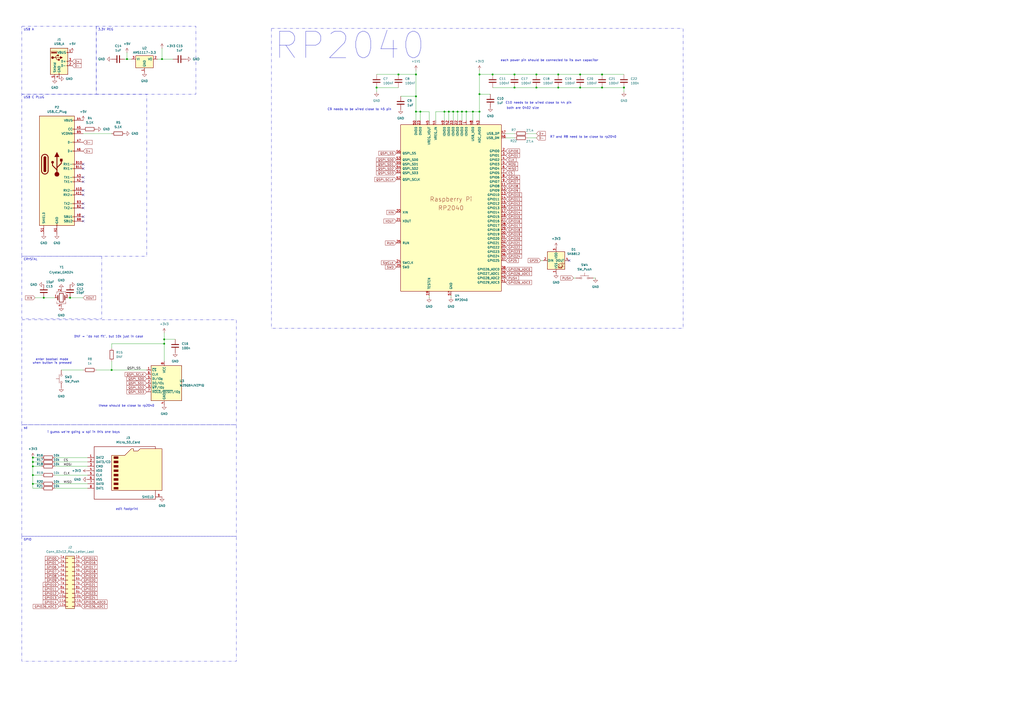
<source format=kicad_sch>
(kicad_sch (version 20250114) (generator "eeschema") (generator_version "9.0")
  (paper "A2")
  (title_block (title "HACKDUCKY BY SOUPTIK ") (date "2025-04-06") (rev "V2"))
  (lib_symbols
    (symbol "Connector:Micro_SD_Card" (pin_names (offset 1.016))
      (property "Reference" "J" (at -16.51 15.24 0))
      (property "Value" "Micro_SD_Card" (at 16.51 15.24 0))
      (symbol "Micro_SD_Card_1_1"
        (pin bidirectional line (at -22.86 7.62 0) (length 3.81) (name "DAT2") (number "1"))
        (pin bidirectional line (at -22.86 5.08 0) (length 3.81) (name "DAT3/CD") (number "2"))
        (pin input line (at -22.86 2.54 0) (length 3.81) (name "CMD") (number "3"))
        (pin power_in line (at -22.86 0 0) (length 3.81) (name "VDD") (number "4"))
        (pin input line (at -22.86 -2.54 0) (length 3.81) (name "CLK") (number "5"))
        (pin power_in line (at -22.86 -5.08 0) (length 3.81) (name "VSS") (number "6"))
        (pin bidirectional line (at -22.86 -7.62 0) (length 3.81) (name "DAT0") (number "7"))
        (pin bidirectional line (at -22.86 -10.16 0) (length 3.81) (name "DAT1") (number "8"))
        (pin passive line (at 20.32 -15.24 180) (length 3.81) (name "SHIELD") (number "9"))
      )
    )
    (symbol "Connector:USB_A" (pin_names (offset 1.016))
      (property "Reference" "J" (at -5.08 11.43 0))
      (property "Value" "USB_A" (at -5.08 8.89 0))
      (symbol "USB_A_1_1"
        (pin passive line (at -2.54 -10.16 90) (length 2.54) (name "Shield") (number "5"))
        (pin power_in line (at 0 -10.16 90) (length 2.54) (name "GND") (number "4"))
        (pin power_in line (at 7.62 5.08 180) (length 2.54) (name "VBUS") (number "1"))
        (pin bidirectional line (at 7.62 0 180) (length 2.54) (name "D+") (number "3"))
        (pin bidirectional line (at 7.62 -2.54 180) (length 2.54) (name "D-") (number "2"))
      )
    )
    (symbol "Connector:USB_C_Plug" (pin_names (offset 1.016))
      (property "Reference" "P" (at -10.16 29.21 0))
      (property "Value" "USB_C_Plug" (at 10.16 29.21 0))
      (symbol "USB_C_Plug_1_1"
        (pin passive line (at -7.62 -40.64 90) (length 5.08) (name "SHIELD") (number "S1"))
        (pin passive line (at 0 -40.64 90) (length 5.08) (name "GND") (number "A1"))
        (pin passive line (at 0 -40.64 90) (length 5.08) (hide yes) (name "GND") (number "A12"))
        (pin passive line (at 0 -40.64 90) (length 5.08) (hide yes) (name "GND") (number "B1"))
        (pin passive line (at 0 -40.64 90) (length 5.08) (hide yes) (name "GND") (number "B12"))
        (pin passive line (at 15.24 25.4 180) (length 5.08) (name "VBUS") (number "A4"))
        (pin passive line (at 15.24 25.4 180) (length 5.08) (hide yes) (name "VBUS") (number "A9"))
        (pin passive line (at 15.24 25.4 180) (length 5.08) (hide yes) (name "VBUS") (number "B4"))
        (pin passive line (at 15.24 25.4 180) (length 5.08) (hide yes) (name "VBUS") (number "B9"))
        (pin bidirectional line (at 15.24 20.32 180) (length 5.08) (name "CC") (number "A5"))
        (pin bidirectional line (at 15.24 17.78 180) (length 5.08) (name "VCONN") (number "B5"))
        (pin bidirectional line (at 15.24 12.7 180) (length 5.08) (name "D-") (number "A7"))
        (pin bidirectional line (at 15.24 7.62 180) (length 5.08) (name "D+") (number "A6"))
        (pin bidirectional line (at 15.24 0 180) (length 5.08) (name "RX1-") (number "B10"))
        (pin bidirectional line (at 15.24 -2.54 180) (length 5.08) (name "RX1+") (number "B11"))
        (pin bidirectional line (at 15.24 -7.62 180) (length 5.08) (name "TX1-") (number "A3"))
        (pin bidirectional line (at 15.24 -10.16 180) (length 5.08) (name "TX1+") (number "A2"))
        (pin bidirectional line (at 15.24 -15.24 180) (length 5.08) (name "RX2-") (number "A10"))
        (pin bidirectional line (at 15.24 -17.78 180) (length 5.08) (name "RX2+") (number "A11"))
        (pin bidirectional line (at 15.24 -22.86 180) (length 5.08) (name "TX2-") (number "B3"))
        (pin bidirectional line (at 15.24 -25.4 180) (length 5.08) (name "TX2+") (number "B2"))
        (pin bidirectional line (at 15.24 -30.48 180) (length 5.08) (name "SBU1") (number "A8"))
        (pin bidirectional line (at 15.24 -33.02 180) (length 5.08) (name "SBU2") (number "B8"))
      )
    )
    (symbol "Connector_Generic:Conn_02x12_Row_Letter_Last" (pin_names (offset 1.016) (hide yes))
      (property "Reference" "J" (at 1.27 15.24 0))
      (property "Value" "Conn_02x12_Row_Letter_Last" (at 1.27 -17.78 0))
      (symbol "Conn_02x12_Row_Letter_Last_1_1"
        (pin passive line (at -5.08 12.7 0) (length 3.81) (name "Pin_1a") (number "1a"))
        (pin passive line (at -5.08 10.16 0) (length 3.81) (name "Pin_2a") (number "2a"))
        (pin passive line (at -5.08 7.62 0) (length 3.81) (name "Pin_3a") (number "3a"))
        (pin passive line (at -5.08 5.08 0) (length 3.81) (name "Pin_4a") (number "4a"))
        (pin passive line (at -5.08 2.54 0) (length 3.81) (name "Pin_5a") (number "5a"))
        (pin passive line (at -5.08 0 0) (length 3.81) (name "Pin_6a") (number "6a"))
        (pin passive line (at -5.08 -2.54 0) (length 3.81) (name "Pin_7a") (number "7a"))
        (pin passive line (at -5.08 -5.08 0) (length 3.81) (name "Pin_8a") (number "8a"))
        (pin passive line (at -5.08 -7.62 0) (length 3.81) (name "Pin_9a") (number "9a"))
        (pin passive line (at -5.08 -10.16 0) (length 3.81) (name "Pin_10a") (number "10a"))
        (pin passive line (at -5.08 -12.7 0) (length 3.81) (name "Pin_11a") (number "11a"))
        (pin passive line (at -5.08 -15.24 0) (length 3.81) (name "Pin_12a") (number "12a"))
        (pin passive line (at 7.62 12.7 180) (length 3.81) (name "Pin_1b") (number "1b"))
        (pin passive line (at 7.62 10.16 180) (length 3.81) (name "Pin_2b") (number "2b"))
        (pin passive line (at 7.62 7.62 180) (length 3.81) (name "Pin_3b") (number "3b"))
        (pin passive line (at 7.62 5.08 180) (length 3.81) (name "Pin_4b") (number "4b"))
        (pin passive line (at 7.62 2.54 180) (length 3.81) (name "Pin_5b") (number "5b"))
        (pin passive line (at 7.62 0 180) (length 3.81) (name "Pin_6b") (number "6b"))
        (pin passive line (at 7.62 -2.54 180) (length 3.81) (name "Pin_7b") (number "7b"))
        (pin passive line (at 7.62 -5.08 180) (length 3.81) (name "Pin_8b") (number "8b"))
        (pin passive line (at 7.62 -7.62 180) (length 3.81) (name "Pin_9b") (number "9b"))
        (pin passive line (at 7.62 -10.16 180) (length 3.81) (name "Pin_10b") (number "10b"))
        (pin passive line (at 7.62 -12.7 180) (length 3.81) (name "Pin_11b") (number "11b"))
        (pin passive line (at 7.62 -15.24 180) (length 3.81) (name "Pin_12b") (number "12b"))
      )
    )
    (symbol "Device:C" (pin_numbers (hide yes)) (pin_names (offset 0.254))
      (property "Reference" "C" (at 0.635 2.54 0))
      (property "Value" "C" (at 0.635 -2.54 0))
      (symbol "C_1_1"
        (pin passive line (at 0 3.81 270) (length 2.794) (name "~") (number "1"))
        (pin passive line (at 0 -3.81 90) (length 2.794) (name "~") (number "2"))
      )
    )
    (symbol "Device:Crystal_GND24" (pin_names (offset 1.016) (hide yes))
      (property "Reference" "Y" (at 3.175 5.08 0))
      (property "Value" "Crystal_GND24" (at 3.175 3.175 0))
      (symbol "Crystal_GND24_1_1"
        (pin passive line (at -3.81 0 0) (length 1.27) (name "1") (number "1"))
        (pin passive line (at 0 5.08 270) (length 1.27) (name "2") (number "2"))
        (pin passive line (at 0 -5.08 90) (length 1.27) (name "4") (number "4"))
        (pin passive line (at 3.81 0 180) (length 1.27) (name "3") (number "3"))
      )
    )
    (symbol "Device:R" (pin_numbers (hide yes)) (pin_names (offset 0))
      (property "Reference" "R" (at 2.032 0 90))
      (property "Value" "R" (at 0 0 90))
      (symbol "R_1_1"
        (pin passive line (at 0 3.81 270) (length 1.27) (name "~") (number "1"))
        (pin passive line (at 0 -3.81 90) (length 1.27) (name "~") (number "2"))
      )
    )
    (symbol "LED:SK6812" (pin_names (offset 0.254))
      (property "Reference" "D" (at 5.08 5.715 0))
      (property "Value" "SK6812" (at 1.27 -5.715 0))
      (symbol "SK6812_0_0"
        (text "RGB" (at 2.286 -4.191 0) (effects (font (size 0.762 0.762))))
      )
      (symbol "SK6812_1_1"
        (pin input line (at -7.62 0 0) (length 2.54) (name "DIN") (number "2"))
        (pin power_in line (at 0 7.62 270) (length 2.54) (name "VDD") (number "3"))
        (pin power_in line (at 0 -7.62 90) (length 2.54) (name "VSS") (number "1"))
        (pin output line (at 7.62 0 180) (length 2.54) (name "DOUT") (number "4"))
      )
    )
    (symbol "MCU_RaspberryPi_and_Boards:RP2040" (pin_names (offset 1.016))
      (property "Reference" "U" (at -29.21 49.53 0))
      (property "Value" "RP2040" (at 24.13 -49.53 0))
      (symbol "RP2040_0_0"
        (text "Raspberry Pi" (at 0 5.08 0) (effects (font (size 2.54 2.54))))
        (text "RP2040" (at 0 0 0) (effects (font (size 2.54 2.54))))
      )
      (symbol "RP2040_1_1"
        (pin bidirectional line (at -31.75 31.75 0) (length 2.54) (name "QSPI_SS") (number "56"))
        (pin bidirectional line (at -31.75 27.94 0) (length 2.54) (name "QSPI_SD0") (number "53"))
        (pin bidirectional line (at -31.75 25.4 0) (length 2.54) (name "QSPI_SD1") (number "55"))
        (pin bidirectional line (at -31.75 22.86 0) (length 2.54) (name "QSPI_SD2") (number "54"))
        (pin bidirectional line (at -31.75 20.32 0) (length 2.54) (name "QSPI_SD3") (number "51"))
        (pin output line (at -31.75 16.51 0) (length 2.54) (name "QSPI_SCLK") (number "52"))
        (pin input line (at -31.75 -2.54 0) (length 2.54) (name "XIN") (number "20"))
        (pin passive line (at -31.75 -7.62 0) (length 2.54) (name "XOUT") (number "21"))
        (pin input line (at -31.75 -20.32 0) (length 2.54) (name "RUN") (number "26"))
        (pin output line (at -31.75 -31.75 0) (length 2.54) (name "SWCLK") (number "24"))
        (pin bidirectional line (at -31.75 -34.29 0) (length 2.54) (name "SWD") (number "25"))
        (pin power_in line (at -20.32 50.8 270) (length 2.54) (name "DVDD") (number "50"))
        (pin power_in line (at -17.78 50.8 270) (length 2.54) (name "DVDD") (number "23"))
        (pin power_out line (at -12.7 50.8 270) (length 2.54) (name "VREG_VOUT") (number "45"))
        (pin passive line (at -12.7 -50.8 90) (length 2.54) (name "TESTEN") (number "19"))
        (pin power_in line (at -8.89 50.8 270) (length 2.54) (name "VREG_IN") (number "44"))
        (pin power_in line (at -3.81 50.8 270) (length 2.54) (name "IOVDD") (number "49"))
        (pin power_in line (at -1.27 50.8 270) (length 2.54) (name "IOVDD") (number "42"))
        (pin power_in line (at 0 -50.8 90) (length 2.54) (name "GND") (number "57"))
        (pin power_in line (at 1.27 50.8 270) (length 2.54) (name "IOVDD") (number "33"))
        (pin power_in line (at 3.81 50.8 270) (length 2.54) (name "IOVDD") (number "22"))
        (pin power_in line (at 6.35 50.8 270) (length 2.54) (name "IOVDD") (number "10"))
        (pin power_in line (at 8.89 50.8 270) (length 2.54) (name "IOVDD") (number "1"))
        (pin power_in line (at 12.7 50.8 270) (length 2.54) (name "USB_VDD") (number "48"))
        (pin power_in line (at 16.51 50.8 270) (length 2.54) (name "ADC_AVDD") (number "43"))
        (pin bidirectional line (at 31.75 43.18 180) (length 2.54) (name "USB_DP") (number "47"))
        (pin bidirectional line (at 31.75 40.64 180) (length 2.54) (name "USB_DM") (number "46"))
        (pin bidirectional line (at 31.75 33.02 180) (length 2.54) (name "GPIO0") (number "2"))
        (pin bidirectional line (at 31.75 30.48 180) (length 2.54) (name "GPIO1") (number "3"))
        (pin bidirectional line (at 31.75 27.94 180) (length 2.54) (name "GPIO2") (number "4"))
        (pin bidirectional line (at 31.75 25.4 180) (length 2.54) (name "GPIO3") (number "5"))
        (pin bidirectional line (at 31.75 22.86 180) (length 2.54) (name "GPIO4") (number "6"))
        (pin bidirectional line (at 31.75 20.32 180) (length 2.54) (name "GPIO5") (number "7"))
        (pin bidirectional line (at 31.75 17.78 180) (length 2.54) (name "GPIO6") (number "8"))
        (pin bidirectional line (at 31.75 15.24 180) (length 2.54) (name "GPIO7") (number "9"))
        (pin bidirectional line (at 31.75 12.7 180) (length 2.54) (name "GPIO8") (number "11"))
        (pin bidirectional line (at 31.75 10.16 180) (length 2.54) (name "GPIO9") (number "12"))
        (pin bidirectional line (at 31.75 7.62 180) (length 2.54) (name "GPIO10") (number "13"))
        (pin bidirectional line (at 31.75 5.08 180) (length 2.54) (name "GPIO11") (number "14"))
        (pin bidirectional line (at 31.75 2.54 180) (length 2.54) (name "GPIO12") (number "15"))
        (pin bidirectional line (at 31.75 0 180) (length 2.54) (name "GPIO13") (number "16"))
        (pin bidirectional line (at 31.75 -2.54 180) (length 2.54) (name "GPIO14") (number "17"))
        (pin bidirectional line (at 31.75 -5.08 180) (length 2.54) (name "GPIO15") (number "18"))
        (pin bidirectional line (at 31.75 -7.62 180) (length 2.54) (name "GPIO16") (number "27"))
        (pin bidirectional line (at 31.75 -10.16 180) (length 2.54) (name "GPIO17") (number "28"))
        (pin bidirectional line (at 31.75 -12.7 180) (length 2.54) (name "GPIO18") (number "29"))
        (pin bidirectional line (at 31.75 -15.24 180) (length 2.54) (name "GPIO19") (number "30"))
        (pin bidirectional line (at 31.75 -17.78 180) (length 2.54) (name "GPIO20") (number "31"))
        (pin bidirectional line (at 31.75 -20.32 180) (length 2.54) (name "GPIO21") (number "32"))
        (pin bidirectional line (at 31.75 -22.86 180) (length 2.54) (name "GPIO22") (number "34"))
        (pin bidirectional line (at 31.75 -25.4 180) (length 2.54) (name "GPIO23") (number "35"))
        (pin bidirectional line (at 31.75 -27.94 180) (length 2.54) (name "GPIO24") (number "36"))
        (pin bidirectional line (at 31.75 -30.48 180) (length 2.54) (name "GPIO25") (number "37"))
        (pin bidirectional line (at 31.75 -35.56 180) (length 2.54) (name "GPIO26_ADC0") (number "38"))
        (pin bidirectional line (at 31.75 -38.1 180) (length 2.54) (name "GPIO27_ADC1") (number "39"))
        (pin bidirectional line (at 31.75 -40.64 180) (length 2.54) (name "GPIO28_ADC2") (number "40"))
        (pin bidirectional line (at 31.75 -43.18 180) (length 2.54) (name "GPIO29_ADC3") (number "41"))
      )
    )
    (symbol "Memory_Flash:W25Q128JVS"
      (property "Reference" "U" (at -6.35 11.43 0))
      (property "Value" "W25Q128JVS" (at 7.62 11.43 0))
      (symbol "W25Q128JVS_1_1"
        (pin input line (at -10.16 7.62 0) (length 2.54) (name "~{CS}") (number "1"))
        (pin input line (at -10.16 5.08 0) (length 2.54) (name "CLK") (number "6"))
        (pin bidirectional line (at -10.16 2.54 0) (length 2.54) (name "DI/IO_{0}") (number "5"))
        (pin bidirectional line (at -10.16 0 0) (length 2.54) (name "DO/IO_{1}") (number "2"))
        (pin bidirectional line (at -10.16 -2.54 0) (length 2.54) (name "~{WP}/IO_{2}") (number "3"))
        (pin bidirectional line (at -10.16 -5.08 0) (length 2.54) (name "~{HOLD}/~{RESET}/IO_{3}") (number "7"))
        (pin power_in line (at 0 12.7 270) (length 2.54) (name "VCC") (number "8"))
        (pin power_in line (at 0 -12.7 90) (length 2.54) (name "GND") (number "4"))
      )
    )
    (symbol "Regulator_Linear:AMS1117-3.3"
      (property "Reference" "U" (at -3.81 3.175 0))
      (property "Value" "AMS1117-3.3" (at 0 3.175 0))
      (symbol "AMS1117-3.3_1_1"
        (pin power_in line (at -7.62 0 0) (length 2.54) (name "VI") (number "3"))
        (pin power_in line (at 0 -7.62 90) (length 2.54) (name "GND") (number "1"))
        (pin power_out line (at 7.62 0 180) (length 2.54) (name "VO") (number "2"))
      )
    )
    (symbol "Switch:SW_Push" (pin_numbers (hide yes)) (pin_names (offset 1.016) (hide yes))
      (property "Reference" "SW" (at 1.27 2.54 0))
      (property "Value" "SW_Push" (at 0 -1.524 0))
      (symbol "SW_Push_0_1"
        (pin passive line (at -5.08 0 0) (length 2.54) (name "1") (number "1"))
        (pin passive line (at 5.08 0 180) (length 2.54) (name "2") (number "2"))
      )
    )
    (symbol "power:+1V1" (power) (pin_numbers (hide yes)) (pin_names (offset 0) (hide yes))
      (property "Value" "+1V1" (at 0 3.556 0))
      (symbol "+1V1_1_1"
        (pin power_in line (at 0 0 90) (length 0) (name "~") (number "1"))
      )
    )
    (symbol "power:+3V3" (power) (pin_numbers (hide yes)) (pin_names (offset 0) (hide yes))
      (property "Value" "+3V3" (at 0 3.556 0))
      (symbol "+3V3_1_1"
        (pin power_in line (at 0 0 90) (length 0) (name "~") (number "1"))
      )
    )
    (symbol "power:+5V" (power) (pin_numbers (hide yes)) (pin_names (offset 0) (hide yes))
      (property "Value" "+5V" (at 0 3.556 0))
      (symbol "+5V_1_1"
        (pin power_in line (at 0 0 90) (length 0) (name "~") (number "1"))
      )
    )
    (symbol "power:GND" (power) (pin_numbers (hide yes)) (pin_names (offset 0) (hide yes))
      (property "Value" "GND" (at 0 -3.81 0))
      (symbol "GND_1_1"
        (pin power_in line (at 0 0 270) (length 0) (name "~") (number "1"))
      )
    )
  )
  (text "i guess we're going w spi in this one boys" (at 48.514 250.698 0) (effects (font (size 1.27 1.27))))
  (text "enter bootsel mode\nwhen button is pressed" (at 30.226 209.55 0) (effects (font (size 1.27 1.27))))
  (text "C9 needs to be wired close to 45 pin" (at 208.534 63.5 0) (effects (font (size 1.27 1.27))))
  (text "these should be close to rp2040" (at 73.406 235.458 0) (effects (font (size 1.27 1.27))))
  (text "DNF = \"do not fit\", but 10k just in case" (at 62.992 195.326 0) (effects (font (size 1.27 1.27))))
  (text "R7 and R8 need to be close to rp2040" (at 338.328 79.502 0) (effects (font (size 1.27 1.27))))
  (text "C10 needs to be wired close to 44 pin" (at 312.42 59.69 0) (effects (font (size 1.27 1.27))))
  (text "edit footprint" (at 73.66 295.402 0) (effects (font (size 1.27 1.27))))
  (text "both are 0402 size" (at 303.276 62.738 0) (effects (font (size 1.27 1.27))))
  (text "each power pin should be connected to its own capacitor" (at 318.77 35.052 0) (effects (font (size 1.27 1.27))))
  (text_box "CRYSTAL" (at 12.7 148.59 0) (size 46.355 36.195) (margins 0.9525 0.9525 0.9525 0.9525) (stroke (width 0) (type dash_dot_dot)) (effects (font (size 1.27 1.27)) (justify left top)))
  (text_box "RP2040\n" (at 157.48 16.51 0) (size 238.76 173.99) (margins 0.9525 0.9525 0.9525 0.9525) (stroke (width 0) (type dash_dot_dot)) (effects (font (size 15.24 15.24)) (justify left top)))
  (text_box "" (at 12.7 185.42 0) (size 124.46 60.96) (margins 0.9525 0.9525 0.9525 0.9525) (stroke (width 0) (type dash_dot_dot)) (effects (font (size 1.27 1.27)) (justify left top)))
  (text_box "USB C PLUG" (at 12.7 54.61 0) (size 72.39 93.98) (margins 0.9525 0.9525 0.9525 0.9525) (stroke (width 0) (type dash_dot_dot)) (effects (font (size 1.27 1.27)) (justify left top)))
  (text_box "sd\n" (at 12.7 246.38 0) (size 124.46 64.77) (margins 0.9525 0.9525 0.9525 0.9525) (stroke (width 0) (type dash_dot_dot)) (effects (font (size 1.27 1.27)) (justify left top)))
  (text_box "3.3V REG\n" (at 55.88 15.24 0) (size 57.785 39.37) (margins 0.9525 0.9525 0.9525 0.9525) (stroke (width 0) (type dash_dot_dot)) (effects (font (size 1.27 1.27)) (justify left top)))
  (text_box "USB A\n" (at 12.7 15.24 0) (size 43.18 39.37) (margins 0.9525 0.9525 0.9525 0.9525) (stroke (width 0) (type dash_dot_dot)) (effects (font (size 1.27 1.27)) (justify left top)))
  (text_box "GPIO\n" (at 12.7 311.15 0) (size 124.46 72.39) (margins 0.9525 0.9525 0.9525 0.9525) (stroke (width 0) (type dash_dot_dot)) (effects (font (size 1.27 1.27)) (justify left top)))
  (junction (at 243.84 64.77))
  (junction (at 323.85 50.8))
  (junction (at 19.05 280.67))
  (junction (at 267.97 64.77))
  (junction (at 349.25 50.8))
  (junction (at 265.43 64.77))
  (junction (at 25.4 172.72))
  (junction (at 73.66 34.29))
  (junction (at 298.45 43.18))
  (junction (at 231.14 43.18))
  (junction (at 93.98 34.29))
  (junction (at 241.3 64.77))
  (junction (at 19.05 275.59))
  (junction (at 270.51 64.77))
  (junction (at 257.81 64.77))
  (junction (at 278.13 64.77))
  (junction (at 298.45 50.8))
  (junction (at 278.13 54.61))
  (junction (at 336.55 43.18))
  (junction (at 349.25 43.18))
  (junction (at 285.75 43.18))
  (junction (at 323.85 43.18))
  (junction (at 336.55 50.8))
  (junction (at 278.13 43.18))
  (junction (at 274.32 64.77))
  (junction (at 40.64 172.72))
  (junction (at 311.15 43.18))
  (junction (at 95.25 199.39))
  (junction (at 218.44 50.8))
  (junction (at 19.05 265.43))
  (junction (at 19.05 267.97))
  (junction (at 241.3 43.18))
  (junction (at 19.05 270.51))
  (junction (at 311.15 50.8))
  (junction (at 262.89 64.77))
  (junction (at 95.25 196.85))
  (junction (at 241.3 55.88))
  (junction (at 361.95 50.8))
  (junction (at 64.77 214.63))
  (junction (at 260.35 64.77))
  (no_connect (at 48.26 95.25))
  (no_connect (at 48.26 120.65))
  (no_connect (at 330.2 151.13))
  (no_connect (at 48.26 113.03))
  (no_connect (at 48.26 110.49))
  (no_connect (at 48.26 105.41))
  (no_connect (at 48.26 128.27))
  (no_connect (at 48.26 97.79))
  (no_connect (at 48.26 102.87))
  (no_connect (at 48.26 118.11))
  (no_connect (at 48.26 125.73))
  (wire (pts (xy 73.66 30.48) (xy 73.66 34.29)))
  (wire (pts (xy 311.15 50.8) (xy 323.85 50.8)))
  (wire (pts (xy 306.07 77.47) (xy 311.15 77.47)))
  (wire (pts (xy 95.25 193.04) (xy 95.25 196.85)))
  (wire (pts (xy 31.75 270.51) (xy 50.8 270.51)))
  (wire (pts (xy 248.92 69.85) (xy 248.92 64.77)))
  (wire (pts (xy 248.92 172.72) (xy 248.92 171.45)))
  (wire (pts (xy 64.77 209.55) (xy 64.77 214.63)))
  (wire (pts (xy 241.3 43.18) (xy 241.3 55.88)))
  (wire (pts (xy 95.25 196.85) (xy 95.25 199.39)))
  (wire (pts (xy 25.4 172.72) (xy 31.75 172.72)))
  (wire (pts (xy 257.81 64.77) (xy 257.81 69.85)))
  (wire (pts (xy 278.13 43.18) (xy 278.13 54.61)))
  (wire (pts (xy 20.32 172.72) (xy 25.4 172.72)))
  (wire (pts (xy 31.75 275.59) (xy 50.8 275.59)))
  (wire (pts (xy 298.45 43.18) (xy 311.15 43.18)))
  (wire (pts (xy 19.05 265.43) (xy 24.13 265.43)))
  (wire (pts (xy 274.32 64.77) (xy 274.32 69.85)))
  (wire (pts (xy 349.25 50.8) (xy 361.95 50.8)))
  (wire (pts (xy 278.13 64.77) (xy 278.13 69.85)))
  (wire (pts (xy 278.13 54.61) (xy 278.13 64.77)))
  (wire (pts (xy 252.73 64.77) (xy 257.81 64.77)))
  (wire (pts (xy 93.98 34.29) (xy 100.33 34.29)))
  (wire (pts (xy 73.66 34.29) (xy 76.2 34.29)))
  (wire (pts (xy 252.73 69.85) (xy 252.73 64.77)))
  (wire (pts (xy 19.05 267.97) (xy 19.05 270.51)))
  (wire (pts (xy 19.05 275.59) (xy 19.05 280.67)))
  (wire (pts (xy 293.37 80.01) (xy 298.45 80.01)))
  (wire (pts (xy 72.39 34.29) (xy 73.66 34.29)))
  (wire (pts (xy 243.84 64.77) (xy 241.3 64.77)))
  (wire (pts (xy 284.48 54.61) (xy 278.13 54.61)))
  (wire (pts (xy 270.51 64.77) (xy 274.32 64.77)))
  (wire (pts (xy 24.13 280.67) (xy 19.05 280.67)))
  (wire (pts (xy 31.75 280.67) (xy 50.8 280.67)))
  (wire (pts (xy 260.35 64.77) (xy 260.35 69.85)))
  (wire (pts (xy 93.98 27.94) (xy 93.98 34.29)))
  (wire (pts (xy 35.56 214.63) (xy 48.26 214.63)))
  (wire (pts (xy 218.44 53.34) (xy 218.44 50.8)))
  (wire (pts (xy 336.55 50.8) (xy 349.25 50.8)))
  (wire (pts (xy 265.43 69.85) (xy 265.43 64.77)))
  (wire (pts (xy 64.77 199.39) (xy 95.25 199.39)))
  (wire (pts (xy 39.37 172.72) (xy 40.64 172.72)))
  (wire (pts (xy 48.26 77.47) (xy 64.77 77.47)))
  (wire (pts (xy 248.92 64.77) (xy 243.84 64.77)))
  (wire (pts (xy 267.97 69.85) (xy 267.97 64.77)))
  (wire (pts (xy 40.64 172.72) (xy 48.26 172.72)))
  (wire (pts (xy 19.05 270.51) (xy 19.05 275.59)))
  (wire (pts (xy 262.89 64.77) (xy 265.43 64.77)))
  (wire (pts (xy 241.3 64.77) (xy 241.3 69.85)))
  (wire (pts (xy 270.51 64.77) (xy 270.51 69.85)))
  (wire (pts (xy 323.85 50.8) (xy 336.55 50.8)))
  (wire (pts (xy 306.07 80.01) (xy 311.15 80.01)))
  (wire (pts (xy 332.74 161.29) (xy 334.01 161.29)))
  (wire (pts (xy 241.3 40.64) (xy 241.3 43.18)))
  (wire (pts (xy 323.85 43.18) (xy 336.55 43.18)))
  (wire (pts (xy 241.3 55.88) (xy 241.3 64.77)))
  (wire (pts (xy 278.13 40.64) (xy 278.13 43.18)))
  (wire (pts (xy 24.13 283.21) (xy 19.05 283.21)))
  (wire (pts (xy 31.75 267.97) (xy 50.8 267.97)))
  (wire (pts (xy 91.44 34.29) (xy 93.98 34.29)))
  (wire (pts (xy 24.13 270.51) (xy 19.05 270.51)))
  (wire (pts (xy 31.75 283.21) (xy 50.8 283.21)))
  (wire (pts (xy 95.25 199.39) (xy 95.25 209.55)))
  (wire (pts (xy 50.8 265.43) (xy 31.75 265.43)))
  (wire (pts (xy 262.89 64.77) (xy 262.89 69.85)))
  (wire (pts (xy 274.32 64.77) (xy 278.13 64.77)))
  (wire (pts (xy 19.05 267.97) (xy 24.13 267.97)))
  (wire (pts (xy 19.05 280.67) (xy 19.05 283.21)))
  (wire (pts (xy 218.44 50.8) (xy 231.14 50.8)))
  (wire (pts (xy 232.41 55.88) (xy 241.3 55.88)))
  (wire (pts (xy 64.77 199.39) (xy 64.77 201.93)))
  (wire (pts (xy 311.15 43.18) (xy 323.85 43.18)))
  (wire (pts (xy 261.62 172.72) (xy 261.62 171.45)))
  (wire (pts (xy 313.69 151.13) (xy 314.96 151.13)))
  (wire (pts (xy 298.45 50.8) (xy 311.15 50.8)))
  (wire (pts (xy 285.75 43.18) (xy 298.45 43.18)))
  (wire (pts (xy 336.55 43.18) (xy 349.25 43.18)))
  (wire (pts (xy 278.13 43.18) (xy 285.75 43.18)))
  (wire (pts (xy 265.43 64.77) (xy 267.97 64.77)))
  (wire (pts (xy 19.05 275.59) (xy 24.13 275.59)))
  (wire (pts (xy 231.14 43.18) (xy 241.3 43.18)))
  (wire (pts (xy 361.95 50.8) (xy 361.95 53.34)))
  (wire (pts (xy 260.35 64.77) (xy 262.89 64.77)))
  (wire (pts (xy 293.37 77.47) (xy 298.45 77.47)))
  (wire (pts (xy 218.44 43.18) (xy 231.14 43.18)))
  (wire (pts (xy 349.25 43.18) (xy 361.95 43.18)))
  (wire (pts (xy 19.05 265.43) (xy 19.05 267.97)))
  (wire (pts (xy 345.44 161.29) (xy 344.17 161.29)))
  (wire (pts (xy 285.75 50.8) (xy 298.45 50.8)))
  (wire (pts (xy 243.84 64.77) (xy 243.84 69.85)))
  (wire (pts (xy 55.88 214.63) (xy 64.77 214.63)))
  (wire (pts (xy 95.25 196.85) (xy 101.6 196.85)))
  (wire (pts (xy 267.97 64.77) (xy 270.51 64.77)))
  (wire (pts (xy 64.77 214.63) (xy 85.09 214.63)))
  (wire (pts (xy 257.81 64.77) (xy 260.35 64.77)))
  (label "CS" (at 36.83 267.97 0))
  (label "MOSI" (at 36.83 270.51 0))
  (label "CLK" (at 36.83 275.59 0))
  (label "MISO" (at 36.83 280.67 0))
  (label "QSPI_SS" (at 73.66 214.63 0))
  (global_label "SWCLK" (shape input) (at 229.87 152.4 180) (property "Intersheetrefs" "${INTERSHEET_REFS}" (effects (hide yes))))
  (global_label "D+" (shape input) (at 41.91 35.56 0) (property "Intersheetrefs" "${INTERSHEET_REFS}" (effects (hide yes))))
  (global_label "MISO" (shape input) (at 293.37 97.79 0) (property "Intersheetrefs" "${INTERSHEET_REFS}" (effects (hide yes))))
  (global_label "GP25" (shape input) (at 293.37 151.13 0) (property "Intersheetrefs" "${INTERSHEET_REFS}" (effects (hide yes))))
  (global_label "GPIO22" (shape input) (at 46.99 341.63 0) (property "Intersheetrefs" "${INTERSHEET_REFS}" (effects (hide yes))))
  (global_label "GPIO1" (shape input) (at 34.29 326.39 180) (property "Intersheetrefs" "${INTERSHEET_REFS}" (effects (hide yes))))
  (global_label "GPIO10" (shape input) (at 34.29 339.09 180) (property "Intersheetrefs" "${INTERSHEET_REFS}" (effects (hide yes))))
  (global_label "GPIO14" (shape input) (at 34.29 349.25 180) (property "Intersheetrefs" "${INTERSHEET_REFS}" (effects (hide yes))))
  (global_label "GPIO12" (shape input) (at 293.37 118.11 0) (property "Intersheetrefs" "${INTERSHEET_REFS}" (effects (hide yes))))
  (global_label "GPIO26_ADC1" (shape input) (at 46.99 351.79 0) (property "Intersheetrefs" "${INTERSHEET_REFS}" (effects (hide yes))))
  (global_label "GPIO20" (shape input) (at 46.99 336.55 0) (property "Intersheetrefs" "${INTERSHEET_REFS}" (effects (hide yes))))
  (global_label "QSPI_SCLK" (shape input) (at 229.87 104.14 180) (property "Intersheetrefs" "${INTERSHEET_REFS}" (effects (hide yes))))
  (global_label "RUN" (shape input) (at 229.87 140.97 180) (property "Intersheetrefs" "${INTERSHEET_REFS}" (effects (hide yes))))
  (global_label "GPIO18" (shape input) (at 46.99 331.47 0) (property "Intersheetrefs" "${INTERSHEET_REFS}" (effects (hide yes))))
  (global_label "GPIO24" (shape input) (at 293.37 148.59 0) (property "Intersheetrefs" "${INTERSHEET_REFS}" (effects (hide yes))))
  (global_label "GPIO22" (shape input) (at 293.37 143.51 0) (property "Intersheetrefs" "${INTERSHEET_REFS}" (effects (hide yes))))
  (global_label "GPIO7" (shape input) (at 34.29 331.47 180) (property "Intersheetrefs" "${INTERSHEET_REFS}" (effects (hide yes))))
  (global_label "D+" (shape input) (at 48.26 87.63 0) (property "Intersheetrefs" "${INTERSHEET_REFS}" (effects (hide yes))))
  (global_label "QSPI_SD2" (shape input) (at 85.09 224.79 180) (property "Intersheetrefs" "${INTERSHEET_REFS}" (effects (hide yes))))
  (global_label "GPIO24" (shape input) (at 46.99 346.71 0) (property "Intersheetrefs" "${INTERSHEET_REFS}" (effects (hide yes))))
  (global_label "GPIO9" (shape input) (at 293.37 110.49 0) (property "Intersheetrefs" "${INTERSHEET_REFS}" (effects (hide yes))))
  (global_label "D-" (shape input) (at 41.91 38.1 0) (property "Intersheetrefs" "${INTERSHEET_REFS}" (effects (hide yes))))
  (global_label "XOUT" (shape input) (at 229.87 128.27 180) (property "Intersheetrefs" "${INTERSHEET_REFS}" (effects (hide yes))))
  (global_label "GPIO6" (shape input) (at 293.37 102.87 0) (property "Intersheetrefs" "${INTERSHEET_REFS}" (effects (hide yes))))
  (global_label "D+" (shape input) (at 311.15 77.47 0) (property "Intersheetrefs" "${INTERSHEET_REFS}" (effects (hide yes))))
  (global_label "PUSH" (shape input) (at 332.74 161.29 180) (property "Intersheetrefs" "${INTERSHEET_REFS}" (effects (hide yes))))
  (global_label "GPIO21" (shape input) (at 46.99 339.09 0) (property "Intersheetrefs" "${INTERSHEET_REFS}" (effects (hide yes))))
  (global_label "GPIO16" (shape input) (at 46.99 326.39 0) (property "Intersheetrefs" "${INTERSHEET_REFS}" (effects (hide yes))))
  (global_label "GPIO26_ADC3" (shape input) (at 34.29 351.79 180) (property "Intersheetrefs" "${INTERSHEET_REFS}" (effects (hide yes))))
  (global_label "GPIO20" (shape input) (at 293.37 138.43 0) (property "Intersheetrefs" "${INTERSHEET_REFS}" (effects (hide yes))))
  (global_label "GPIO23" (shape input) (at 293.37 146.05 0) (property "Intersheetrefs" "${INTERSHEET_REFS}" (effects (hide yes))))
  (global_label "GPIO6" (shape input) (at 34.29 328.93 180) (property "Intersheetrefs" "${INTERSHEET_REFS}" (effects (hide yes))))
  (global_label "QSPI_SD0" (shape input) (at 229.87 92.71 180) (property "Intersheetrefs" "${INTERSHEET_REFS}" (effects (hide yes))))
  (global_label "XIN" (shape input) (at 20.32 172.72 180) (property "Intersheetrefs" "${INTERSHEET_REFS}" (effects (hide yes))))
  (global_label "QSPI_SD3" (shape input) (at 229.87 100.33 180) (property "Intersheetrefs" "${INTERSHEET_REFS}" (effects (hide yes))))
  (global_label "QSPI_SCLK" (shape input) (at 85.09 217.17 180) (property "Intersheetrefs" "${INTERSHEET_REFS}" (effects (hide yes))))
  (global_label "GPIO18" (shape input) (at 293.37 133.35 0) (property "Intersheetrefs" "${INTERSHEET_REFS}" (effects (hide yes))))
  (global_label "GPIO13" (shape input) (at 293.37 120.65 0) (property "Intersheetrefs" "${INTERSHEET_REFS}" (effects (hide yes))))
  (global_label "GPIO11" (shape input) (at 293.37 115.57 0) (property "Intersheetrefs" "${INTERSHEET_REFS}" (effects (hide yes))))
  (global_label "PUSH" (shape input) (at 293.37 161.29 0) (property "Intersheetrefs" "${INTERSHEET_REFS}" (effects (hide yes))))
  (global_label "GPIO17" (shape input) (at 46.99 328.93 0) (property "Intersheetrefs" "${INTERSHEET_REFS}" (effects (hide yes))))
  (global_label "QSPI_SD1" (shape input) (at 229.87 95.25 180) (property "Intersheetrefs" "${INTERSHEET_REFS}" (effects (hide yes))))
  (global_label "XOUT" (shape input) (at 48.26 172.72 0) (property "Intersheetrefs" "${INTERSHEET_REFS}" (effects (hide yes))))
  (global_label "GPIO1" (shape input) (at 293.37 90.17 0) (property "Intersheetrefs" "${INTERSHEET_REFS}" (effects (hide yes))))
  (global_label "GPIO17" (shape input) (at 293.37 130.81 0) (property "Intersheetrefs" "${INTERSHEET_REFS}" (effects (hide yes))))
  (global_label "GPIO11" (shape input) (at 34.29 341.63 180) (property "Intersheetrefs" "${INTERSHEET_REFS}" (effects (hide yes))))
  (global_label "GPIO21" (shape input) (at 293.37 140.97 0) (property "Intersheetrefs" "${INTERSHEET_REFS}" (effects (hide yes))))
  (global_label "QSPI_SD3" (shape input) (at 85.09 227.33 180) (property "Intersheetrefs" "${INTERSHEET_REFS}" (effects (hide yes))))
  (global_label "MOSI" (shape input) (at 293.37 95.25 0) (property "Intersheetrefs" "${INTERSHEET_REFS}" (effects (hide yes))))
  (global_label "GPIO10" (shape input) (at 293.37 113.03 0) (property "Intersheetrefs" "${INTERSHEET_REFS}" (effects (hide yes))))
  (global_label "GPIO0" (shape input) (at 293.37 87.63 0) (property "Intersheetrefs" "${INTERSHEET_REFS}" (effects (hide yes))))
  (global_label "GPIO8" (shape input) (at 293.37 107.95 0) (property "Intersheetrefs" "${INTERSHEET_REFS}" (effects (hide yes))))
  (global_label "CLK" (shape input) (at 293.37 92.71 0) (property "Intersheetrefs" "${INTERSHEET_REFS}" (effects (hide yes))))
  (global_label "GPIO9" (shape input) (at 34.29 336.55 180) (property "Intersheetrefs" "${INTERSHEET_REFS}" (effects (hide yes))))
  (global_label "GPIO26_ADC0" (shape input) (at 46.99 349.25 0) (property "Intersheetrefs" "${INTERSHEET_REFS}" (effects (hide yes))))
  (global_label "GP25" (shape input) (at 313.69 151.13 180) (property "Intersheetrefs" "${INTERSHEET_REFS}" (effects (hide yes))))
  (global_label "GPIO15" (shape input) (at 46.99 323.85 0) (property "Intersheetrefs" "${INTERSHEET_REFS}" (effects (hide yes))))
  (global_label "GPIO16" (shape input) (at 293.37 128.27 0) (property "Intersheetrefs" "${INTERSHEET_REFS}" (effects (hide yes))))
  (global_label "QSPI_SD0" (shape input) (at 85.09 219.71 180) (property "Intersheetrefs" "${INTERSHEET_REFS}" (effects (hide yes))))
  (global_label "GPIO0" (shape input) (at 34.29 323.85 180) (property "Intersheetrefs" "${INTERSHEET_REFS}" (effects (hide yes))))
  (global_label "GPIO19" (shape input) (at 293.37 135.89 0) (property "Intersheetrefs" "${INTERSHEET_REFS}" (effects (hide yes))))
  (global_label "GPIO7" (shape input) (at 293.37 105.41 0) (property "Intersheetrefs" "${INTERSHEET_REFS}" (effects (hide yes))))
  (global_label "GPIO14" (shape input) (at 293.37 123.19 0) (property "Intersheetrefs" "${INTERSHEET_REFS}" (effects (hide yes))))
  (global_label "GPIO26_ADC3" (shape input) (at 293.37 163.83 0) (property "Intersheetrefs" "${INTERSHEET_REFS}" (effects (hide yes))))
  (global_label "CS" (shape input) (at 293.37 100.33 0) (property "Intersheetrefs" "${INTERSHEET_REFS}" (effects (hide yes))))
  (global_label "GPIO19" (shape input) (at 46.99 334.01 0) (property "Intersheetrefs" "${INTERSHEET_REFS}" (effects (hide yes))))
  (global_label "GPIO23" (shape input) (at 46.99 344.17 0) (property "Intersheetrefs" "${INTERSHEET_REFS}" (effects (hide yes))))
  (global_label "GPIO8" (shape input) (at 34.29 334.01 180) (property "Intersheetrefs" "${INTERSHEET_REFS}" (effects (hide yes))))
  (global_label "GPIO13" (shape input) (at 34.29 346.71 180) (property "Intersheetrefs" "${INTERSHEET_REFS}" (effects (hide yes))))
  (global_label "GPIO15" (shape input) (at 293.37 125.73 0) (property "Intersheetrefs" "${INTERSHEET_REFS}" (effects (hide yes))))
  (global_label "XIN" (shape input) (at 229.87 123.19 180) (property "Intersheetrefs" "${INTERSHEET_REFS}" (effects (hide yes))))
  (global_label "QSPI_SD1" (shape input) (at 85.09 222.25 180) (property "Intersheetrefs" "${INTERSHEET_REFS}" (effects (hide yes))))
  (global_label "GPIO26_ADC1" (shape input) (at 293.37 158.75 0) (property "Intersheetrefs" "${INTERSHEET_REFS}" (effects (hide yes))))
  (global_label "QSPI_SD2" (shape input) (at 229.87 97.79 180) (property "Intersheetrefs" "${INTERSHEET_REFS}" (effects (hide yes))))
  (global_label "D-" (shape input) (at 311.15 80.01 0) (property "Intersheetrefs" "${INTERSHEET_REFS}" (effects (hide yes))))
  (global_label "GPIO12" (shape input) (at 34.29 344.17 180) (property "Intersheetrefs" "${INTERSHEET_REFS}" (effects (hide yes))))
  (global_label "GPIO26_ADC0" (shape input) (at 293.37 156.21 0) (property "Intersheetrefs" "${INTERSHEET_REFS}" (effects (hide yes))))
  (global_label "QSPI_SS" (shape input) (at 229.87 88.9 180) (property "Intersheetrefs" "${INTERSHEET_REFS}" (effects (hide yes))))
  (global_label "D-" (shape input) (at 48.26 82.55 0) (property "Intersheetrefs" "${INTERSHEET_REFS}" (effects (hide yes))))
  (global_label "SWD" (shape input) (at 229.87 154.94 180) (property "Intersheetrefs" "${INTERSHEET_REFS}" (effects (hide yes))))
  (symbol (lib_id "Device:R") (at 27.94 267.97 90) (unit 1)
    (property "Reference" "R17" (at 23.114 266.7 90))
    (property "Value" "10k" (at 32.766 266.7 90))
    (property "Footprint" "Resistor_SMD:R_0402_1005Metric" (effects (hide yes)))
    (property "Description" "Resistor" (effects (hide yes)))
  )
  (symbol (lib_id "Device:C") (at 231.14 46.99 0) (unit 1)
    (property "Reference" "C8" (at 234.95 45.7199 0) (effects (justify left)))
    (property "Value" "100nF" (at 234.95 48.2599 0) (effects (justify left)))
    (property "Footprint" "Capacitor_SMD:C_0402_1005Metric" (effects (hide yes)))
    (property "Description" "Unpolarized capacitor" (effects (hide yes)))
  )
  (symbol (lib_id "LED:SK6812") (at 322.58 151.13 0) (unit 1)
    (property "Reference" "D1" (at 332.74 144.7098 0))
    (property "Value" "SK6812" (at 332.74 147.2498 0))
    (property "Footprint" "LED_SMD:LED_SK6812_PLCC4_5.0x5.0mm_P3.2mm" (effects (hide yes)))
    (property "Datasheet" "https://cdn-shop.adafruit.com/product-files/1138/SK6812+LED+datasheet+.pdf" (effects (hide yes)))
    (property "Description" "RGB LED with integrated controller" (effects (hide yes)))
  )
  (symbol (lib_id "power:+3V3") (at 278.13 40.64 0) (unit 1)
    (property "Reference" "#PWR037" (effects (hide yes)))
    (property "Value" "+3V3" (at 278.13 35.56 0))
    (property "Description" "Power symbol creates a global label with name \"+3V3\"" (effects (hide yes)))
  )
  (symbol (lib_id "Device:C") (at 298.45 46.99 0) (unit 1)
    (property "Reference" "C17" (at 302.26 45.7199 0) (effects (justify left)))
    (property "Value" "100nF" (at 302.26 48.2599 0) (effects (justify left)))
    (property "Footprint" "Capacitor_SMD:C_0402_1005Metric" (effects (hide yes)))
    (property "Description" "Unpolarized capacitor" (effects (hide yes)))
  )
  (symbol (lib_id "power:GND") (at 261.62 172.72 0) (unit 1)
    (property "Reference" "#PWR035" (effects (hide yes)))
    (property "Value" "GND" (at 261.62 177.8 0))
    (property "Description" "Power symbol creates a global label with name \"GND\" , ground" (effects (hide yes)))
  )
  (symbol (lib_id "power:GND") (at 95.25 234.95 0) (unit 1)
    (property "Reference" "#PWR047" (effects (hide yes)))
    (property "Value" "GND" (at 95.25 240.03 0))
    (property "Description" "Power symbol creates a global label with name \"GND\" , ground" (effects (hide yes)))
  )
  (symbol (lib_id "power:GND") (at 25.4 135.89 0) (unit 1)
    (property "Reference" "#PWR029" (effects (hide yes)))
    (property "Value" "GND" (at 25.4 140.97 0))
    (property "Description" "Power symbol creates a global label with name \"GND\" , ground" (effects (hide yes)))
  )
  (symbol (lib_id "power:GND") (at 35.56 177.8 0) (unit 1)
    (property "Reference" "#PWR020" (effects (hide yes)))
    (property "Value" "GND" (at 35.56 182.88 0))
    (property "Description" "Power symbol creates a global label with name \"GND\" , ground" (effects (hide yes)))
  )
  (symbol (lib_id "Switch:SW_Push") (at 339.09 161.29 0) (unit 1)
    (property "Reference" "SW4" (at 339.09 153.67 0))
    (property "Value" "SW_Push" (at 339.09 156.21 0))
    (property "Footprint" "Button_Switch_THT:SW_PUSH_6mm" (effects (hide yes)))
    (property "Description" "Push button switch, generic, two pins" (effects (hide yes)))
  )
  (symbol (lib_id "Device:C") (at 311.15 46.99 0) (unit 1)
    (property "Reference" "C18" (at 314.96 45.7199 0) (effects (justify left)))
    (property "Value" "100nF" (at 314.96 48.2599 0) (effects (justify left)))
    (property "Footprint" "Capacitor_SMD:C_0402_1005Metric" (effects (hide yes)))
    (property "Description" "Unpolarized capacitor" (effects (hide yes)))
  )
  (symbol (lib_id "power:GND") (at 284.48 62.23 0) (unit 1)
    (property "Reference" "#PWR049" (effects (hide yes)))
    (property "Value" "GND" (at 284.48 67.31 0))
    (property "Description" "Power symbol creates a global label with name \"GND\" , ground" (effects (hide yes)))
  )
  (symbol (lib_id "power:GND") (at 25.4 165.1 270) (unit 1)
    (property "Reference" "#PWR018" (effects (hide yes)))
    (property "Value" "GND" (at 21.59 165.0999 90) (effects (justify right)))
    (property "Description" "Power symbol creates a global label with name \"GND\" , ground" (effects (hide yes)))
  )
  (symbol (lib_id "Connector:Micro_SD_Card") (at 73.66 273.05 0) (unit 1)
    (property "Reference" "J3" (at 74.295 254 0))
    (property "Value" "Micro_SD_Card" (at 74.295 256.54 0))
    (property "Footprint" "Connector_Card:microSD_HC_Molex_47219-2001" (effects (hide yes)))
    (property "Datasheet" "http://katalog.we-online.de/em/datasheet/693072010801.pdf" (effects (hide yes)))
    (property "Description" "Micro SD Card Socket" (effects (hide yes)))
  )
  (symbol (lib_id "Device:C") (at 349.25 46.99 0) (unit 1)
    (property "Reference" "C21" (at 353.06 45.7199 0) (effects (justify left)))
    (property "Value" "100nF" (at 353.06 48.2599 0) (effects (justify left)))
    (property "Footprint" "Capacitor_SMD:C_0402_1005Metric" (effects (hide yes)))
    (property "Description" "Unpolarized capacitor" (effects (hide yes)))
  )
  (symbol (lib_id "Device:C") (at 284.48 58.42 0) (unit 1)
    (property "Reference" "C10" (at 288.29 57.1499 0) (effects (justify left)))
    (property "Value" "1uF" (at 288.29 59.6899 0) (effects (justify left)))
    (property "Footprint" "Capacitor_SMD:C_0402_1005Metric" (effects (hide yes)))
    (property "Description" "Unpolarized capacitor" (effects (hide yes)))
  )
  (symbol (lib_id "Regulator_Linear:AMS1117-3.3") (at 83.82 34.29 0) (unit 1)
    (property "Reference" "U2" (at 83.82 27.94 0))
    (property "Value" "AMS1117-3.3" (at 83.82 30.48 0))
    (property "Footprint" "Package_TO_SOT_SMD:SOT-223-3_TabPin2" (effects (hide yes)))
    (property "Datasheet" "http://www.advanced-monolithic.com/pdf/ds1117.pdf" (effects (hide yes)))
    (property "Description" "1A Low Dropout regulator, positive, 3.3V fixed output, SOT-223" (effects (hide yes)))
  )
  (symbol (lib_id "power:GND") (at 218.44 53.34 0) (unit 1)
    (property "Reference" "#PWR026" (effects (hide yes)))
    (property "Value" "GND" (at 218.44 58.42 0))
    (property "Description" "Power symbol creates a global label with name \"GND\" , ground" (effects (hide yes)))
  )
  (symbol (lib_id "Device:R") (at 302.26 77.47 90) (unit 1)
    (property "Reference" "R7" (at 297.942 75.438 90))
    (property "Value" "27.4" (at 307.34 75.692 90))
    (property "Footprint" "Resistor_SMD:R_0402_1005Metric" (effects (hide yes)))
    (property "Description" "Resistor" (effects (hide yes)))
  )
  (symbol (lib_id "power:GND") (at 34.29 45.72 90) (unit 1)
    (property "Reference" "#PWR043" (effects (hide yes)))
    (property "Value" "GND" (at 38.1 45.7199 90) (effects (justify right)))
    (property "Description" "Power symbol creates a global label with name \"GND\" , ground" (effects (hide yes)))
  )
  (symbol (lib_id "Connector:USB_A") (at 34.29 35.56 0) (unit 1)
    (property "Reference" "J1" (at 34.29 22.86 0))
    (property "Value" "USB_A" (at 34.29 25.4 0))
    (property "Footprint" "Connector_USB:USB_A_CNCTech_1001-011-01101_Horizontal" (effects (hide yes)))
    (property "Description" "USB Type A connector" (effects (hide yes)))
  )
  (symbol (lib_id "Device:R") (at 64.77 205.74 0) (unit 1)
    (property "Reference" "R15" (at 67.31 204.4699 0) (effects (justify left)))
    (property "Value" "DNF" (at 67.31 207.0099 0) (effects (justify left)))
    (property "Footprint" "Resistor_SMD:R_0402_1005Metric" (effects (hide yes)))
    (property "Description" "Resistor" (effects (hide yes)))
  )
  (symbol (lib_id "Device:C") (at 285.75 46.99 0) (unit 1)
    (property "Reference" "C11" (at 289.56 45.7199 0) (effects (justify left)))
    (property "Value" "100nF" (at 289.56 48.2599 0) (effects (justify left)))
    (property "Footprint" "Capacitor_SMD:C_0402_1005Metric" (effects (hide yes)))
    (property "Description" "Unpolarized capacitor" (effects (hide yes)))
  )
  (symbol (lib_id "Device:C") (at 361.95 46.99 0) (unit 1)
    (property "Reference" "C22" (at 365.76 45.7199 0) (effects (justify left)))
    (property "Value" "100n" (at 365.76 48.2599 0) (effects (justify left)))
    (property "Footprint" "Capacitor_SMD:C_0402_1005Metric" (effects (hide yes)))
    (property "Description" "Unpolarized capacitor" (effects (hide yes)))
  )
  (symbol (lib_id "Device:C") (at 40.64 168.91 180) (unit 1)
    (property "Reference" "C12" (at 44.45 167.6399 0) (effects (justify right)))
    (property "Value" "15pF" (at 44.196 169.672 0) (effects (justify right)))
    (property "Footprint" "Capacitor_SMD:C_0805_2012Metric" (effects (hide yes)))
    (property "Description" "Unpolarized capacitor" (effects (hide yes)))
  )
  (symbol (lib_id "power:GND") (at 35.56 224.79 0) (unit 1)
    (property "Reference" "#PWR012" (effects (hide yes)))
    (property "Value" "GND" (at 35.56 229.87 0))
    (property "Description" "Power symbol creates a global label with name \"GND\" , ground" (effects (hide yes)))
  )
  (symbol (lib_id "Connector_Generic:Conn_02x12_Row_Letter_Last") (at 39.37 336.55 0) (unit 1)
    (property "Reference" "J2" (at 40.64 317.5 0))
    (property "Value" "Conn_02x12_Row_Letter_Last" (at 40.64 320.04 0))
    (property "Footprint" "Connector_PinHeader_1.27mm:PinHeader_2x12_P1.27mm_Vertical_SMD" (effects (hide yes)))
    (property "Description" "Generic connector, double row, 02x12, row letter last pin numbering scheme (pin number consists of a letter for the row and a number for the pin index in this row. 1a, ..., Na; 1b, ..., Nb)), script generated (kicad-library-utils/schlib/autogen/connector/)" (effects (hide yes)))
  )
  (symbol (lib_id "power:GND") (at 93.98 288.29 0) (unit 1)
    (property "Reference" "#PWR033" (effects (hide yes)))
    (property "Value" "GND" (at 93.98 293.37 0))
    (property "Description" "Power symbol creates a global label with name \"GND\" , ground" (effects (hide yes)))
  )
  (symbol (lib_id "power:+3V3") (at 19.05 265.43 0) (unit 1)
    (property "Reference" "#PWR02" (effects (hide yes)))
    (property "Value" "+3V3" (at 19.05 260.35 0))
    (property "Description" "Power symbol creates a global label with name \"+3V3\"" (effects (hide yes)))
  )
  (symbol (lib_id "Device:R") (at 52.07 214.63 90) (unit 1)
    (property "Reference" "R8" (at 52.07 208.28 90))
    (property "Value" "1k" (at 52.07 210.82 90))
    (property "Footprint" "Resistor_SMD:R_0402_1005Metric" (effects (hide yes)))
    (property "Description" "Resistor" (effects (hide yes)))
  )
  (symbol (lib_id "power:GND") (at 55.88 74.93 90) (unit 1)
    (property "Reference" "#PWR030" (effects (hide yes)))
    (property "Value" "GND" (at 59.69 74.9299 90) (effects (justify right)))
    (property "Description" "Power symbol creates a global label with name \"GND\" , ground" (effects (hide yes)))
  )
  (symbol (lib_id "Device:Crystal_GND24") (at 35.56 172.72 0) (unit 1)
    (property "Reference" "Y1" (at 35.814 154.94 0))
    (property "Value" "Crystal_GND24" (at 35.56 157.988 0))
    (property "Footprint" "Crystal:Crystal_SMD_7050-4Pin_7.0x5.0mm" (effects (hide yes)))
    (property "Description" "Four pin crystal, GND on pins 2 and 4" (effects (hide yes)))
  )
  (symbol (lib_id "power:GND") (at 50.8 278.13 270) (unit 1)
    (property "Reference" "#PWR09" (effects (hide yes)))
    (property "Value" "GND" (at 46.99 278.1299 90) (effects (justify right)))
    (property "Description" "Power symbol creates a global label with name \"GND\" , ground" (effects (hide yes)))
  )
  (symbol (lib_id "Device:R") (at 27.94 280.67 90) (unit 1)
    (property "Reference" "R20" (at 23.114 279.4 90))
    (property "Value" "10k" (at 32.766 279.4 90))
    (property "Footprint" "Resistor_SMD:R_0402_1005Metric" (effects (hide yes)))
    (property "Description" "Resistor" (effects (hide yes)))
  )
  (symbol (lib_id "power:+3V3") (at 93.98 27.94 0) (unit 1)
    (property "Reference" "#PWR025" (effects (hide yes)))
    (property "Value" "+3V3" (at 96.52 26.6699 0) (effects (justify left)))
    (property "Description" "Power symbol creates a global label with name \"+3V3\"" (effects (hide yes)))
  )
  (symbol (lib_id "power:GND") (at 83.82 41.91 0) (unit 1)
    (property "Reference" "#PWR024" (effects (hide yes)))
    (property "Value" "GND" (at 83.82 46.99 0))
    (property "Description" "Power symbol creates a global label with name \"GND\" , ground" (effects (hide yes)))
  )
  (symbol (lib_id "Switch:SW_Push") (at 35.56 219.71 90) (unit 1)
    (property "Reference" "SW3" (at 37.592 218.694 90) (effects (justify right)))
    (property "Value" "SW_Push" (at 37.592 221.234 90) (effects (justify right)))
    (property "Footprint" "Button_Switch_SMD:SW_Push_1P1T_XKB_TS-1187A" (effects (hide yes)))
    (property "Description" "Push button switch, generic, two pins" (effects (hide yes)))
    (property "LCSC" "C318884" (effects (hide yes)))
  )
  (symbol (lib_id "Connector:USB_C_Plug") (at 33.02 95.25 0) (unit 1)
    (property "Reference" "P2" (at 33.02 62.23 0))
    (property "Value" "USB_C_Plug" (at 33.02 64.77 0))
    (property "Footprint" "Connector_USB:USB_C_Plug_Molex_105444" (effects (hide yes)))
    (property "Datasheet" "https://www.usb.org/sites/default/files/documents/usb_type-c.zip" (effects (hide yes)))
    (property "Description" "USB Type-C Plug connector" (effects (hide yes)))
  )
  (symbol (lib_id "Device:C") (at 323.85 46.99 0) (unit 1)
    (property "Reference" "C19" (at 327.66 45.7199 0) (effects (justify left)))
    (property "Value" "100nF" (at 327.66 48.2599 0) (effects (justify left)))
    (property "Footprint" "Capacitor_SMD:C_0402_1005Metric" (effects (hide yes)))
    (property "Description" "Unpolarized capacitor" (effects (hide yes)))
  )
  (symbol (lib_id "power:+1V1") (at 241.3 40.64 0) (unit 1)
    (property "Reference" "#PWR028" (effects (hide yes)))
    (property "Value" "+1V1" (at 241.3 35.56 0))
    (property "Description" "Power symbol creates a global label with name \"+1V1\"" (effects (hide yes)))
  )
  (symbol (lib_id "power:+3V3") (at 322.58 143.51 0) (unit 1)
    (property "Reference" "#PWR045" (effects (hide yes)))
    (property "Value" "+3V3" (at 322.58 138.43 0))
    (property "Description" "Power symbol creates a global label with name \"+3V3\"" (effects (hide yes)))
  )
  (symbol (lib_id "power:+5V") (at 48.26 69.85 0) (unit 1)
    (property "Reference" "#PWR032" (effects (hide yes)))
    (property "Value" "+5V" (at 48.26 64.77 0))
    (property "Description" "Power symbol creates a global label with name \"+5V\"" (effects (hide yes)))
  )
  (symbol (lib_id "Device:C") (at 232.41 59.69 0) (unit 1)
    (property "Reference" "C9" (at 236.22 58.4199 0) (effects (justify left)))
    (property "Value" "1uF" (at 236.22 60.9599 0) (effects (justify left)))
    (property "Footprint" "Capacitor_SMD:C_0402_1005Metric" (effects (hide yes)))
    (property "Description" "Unpolarized capacitor" (effects (hide yes)))
  )
  (symbol (lib_id "power:+5V") (at 41.91 30.48 0) (unit 1)
    (property "Reference" "#PWR021" (effects (hide yes)))
    (property "Value" "+5V" (at 41.91 25.4 0))
    (property "Description" "Power symbol creates a global label with name \"+5V\"" (effects (hide yes)))
  )
  (symbol (lib_id "Device:R") (at 68.58 77.47 90) (unit 1)
    (property "Reference" "R5" (at 68.58 71.12 90))
    (property "Value" "5.1K" (at 68.58 73.66 90))
    (property "Footprint" "Resistor_SMD:R_0805_2012Metric" (effects (hide yes)))
    (property "Description" "Resistor" (effects (hide yes)))
  )
  (symbol (lib_id "power:GND") (at 107.95 34.29 90) (unit 1)
    (property "Reference" "#PWR023" (effects (hide yes)))
    (property "Value" "GND" (at 111.76 34.2899 90) (effects (justify right)))
    (property "Description" "Power symbol creates a global label with name \"GND\" , ground" (effects (hide yes)))
  )
  (symbol (lib_id "power:GND") (at 322.58 158.75 0) (unit 1)
    (property "Reference" "#PWR07" (effects (hide yes)))
    (property "Value" "GND" (at 322.58 163.83 0))
    (property "Description" "Power symbol creates a global label with name \"GND\" , ground" (effects (hide yes)))
  )
  (symbol (lib_id "Device:C") (at 104.14 34.29 270) (unit 1)
    (property "Reference" "C15" (at 104.14 26.67 90))
    (property "Value" "1uF" (at 104.14 29.21 90))
    (property "Footprint" "Capacitor_SMD:C_0805_2012Metric" (effects (hide yes)))
    (property "Description" "Unpolarized capacitor" (effects (hide yes)))
  )
  (symbol (lib_id "power:GND") (at 345.44 161.29 0) (unit 1)
    (property "Reference" "#PWR050" (effects (hide yes)))
    (property "Value" "GND" (at 345.44 166.37 0))
    (property "Description" "Power symbol creates a global label with name \"GND\" , ground" (effects (hide yes)))
  )
  (symbol (lib_id "power:GND") (at 72.39 77.47 90) (unit 1)
    (property "Reference" "#PWR031" (effects (hide yes)))
    (property "Value" "GND" (at 76.2 77.4699 90) (effects (justify right)))
    (property "Description" "Power symbol creates a global label with name \"GND\" , ground" (effects (hide yes)))
  )
  (symbol (lib_id "power:GND") (at 232.41 63.5 0) (unit 1)
    (property "Reference" "#PWR027" (effects (hide yes)))
    (property "Value" "GND" (at 232.41 68.58 0))
    (property "Description" "Power symbol creates a global label with name \"GND\" , ground" (effects (hide yes)))
  )
  (symbol (lib_id "power:GND") (at 31.75 45.72 0) (unit 1)
    (property "Reference" "#PWR01" (effects (hide yes)))
    (property "Value" "GND" (at 31.75 50.8 0))
    (property "Description" "Power symbol creates a global label with name \"GND\" , ground" (effects (hide yes)))
  )
  (symbol (lib_id "power:GND") (at 33.02 135.89 0) (unit 1)
    (property "Reference" "#PWR042" (effects (hide yes)))
    (property "Value" "GND" (at 33.02 140.97 0))
    (property "Description" "Power symbol creates a global label with name \"GND\" , ground" (effects (hide yes)))
  )
  (symbol (lib_id "Device:R") (at 302.26 80.01 90) (unit 1)
    (property "Reference" "R22" (at 297.942 81.788 90))
    (property "Value" "27.4" (at 307.34 82.042 90))
    (property "Footprint" "Resistor_SMD:R_0402_1005Metric" (effects (hide yes)))
    (property "Description" "Resistor" (effects (hide yes)))
  )
  (symbol (lib_id "Device:C") (at 68.58 34.29 270) (unit 1)
    (property "Reference" "C14" (at 68.58 26.67 90))
    (property "Value" "1uF" (at 68.58 29.21 90))
    (property "Footprint" "Capacitor_SMD:C_0805_2012Metric" (effects (hide yes)))
    (property "Description" "Unpolarized capacitor" (effects (hide yes)))
  )
  (symbol (lib_id "Device:R") (at 27.94 270.51 90) (unit 1)
    (property "Reference" "R18" (at 23.114 269.24 90))
    (property "Value" "10k" (at 32.766 269.24 90))
    (property "Footprint" "Resistor_SMD:R_0402_1005Metric" (effects (hide yes)))
    (property "Description" "Resistor" (effects (hide yes)))
  )
  (symbol (lib_id "power:GND") (at 248.92 172.72 0) (unit 1)
    (property "Reference" "#PWR034" (effects (hide yes)))
    (property "Value" "GND" (at 248.92 177.8 0))
    (property "Description" "Power symbol creates a global label with name \"GND\" , ground" (effects (hide yes)))
  )
  (symbol (lib_id "power:GND") (at 35.56 167.64 180) (unit 1)
    (property "Reference" "#PWR019" (effects (hide yes)))
    (property "Value" "GND" (at 35.56 162.56 0))
    (property "Description" "Power symbol creates a global label with name \"GND\" , ground" (effects (hide yes)))
  )
  (symbol (lib_id "power:GND") (at 101.6 204.47 0) (unit 1)
    (property "Reference" "#PWR048" (effects (hide yes)))
    (property "Value" "GND" (at 101.6 209.55 0))
    (property "Description" "Power symbol creates a global label with name \"GND\" , ground" (effects (hide yes)))
  )
  (symbol (lib_id "Device:R") (at 52.07 74.93 90) (unit 1)
    (property "Reference" "R4" (at 52.07 68.58 90))
    (property "Value" "5.1K" (at 52.07 71.12 90))
    (property "Footprint" "Resistor_SMD:R_0805_2012Metric" (effects (hide yes)))
    (property "Description" "Resistor" (effects (hide yes)))
  )
  (symbol (lib_id "power:GND") (at 361.95 53.34 0) (unit 1)
    (property "Reference" "#PWR052" (effects (hide yes)))
    (property "Value" "GND" (at 361.95 58.42 0))
    (property "Description" "Power symbol creates a global label with name \"GND\" , ground" (effects (hide yes)))
  )
  (symbol (lib_id "Device:R") (at 27.94 283.21 90) (unit 1)
    (property "Reference" "R21" (at 23.114 281.94 90))
    (property "Value" "10k" (at 32.766 281.94 90))
    (property "Footprint" "Resistor_SMD:R_0402_1005Metric" (effects (hide yes)))
    (property "Description" "Resistor" (effects (hide yes)))
  )
  (symbol (lib_id "power:GND") (at 64.77 34.29 270) (unit 1)
    (property "Reference" "#PWR022" (effects (hide yes)))
    (property "Value" "GND" (at 60.96 34.2899 90) (effects (justify right)))
    (property "Description" "Power symbol creates a global label with name \"GND\" , ground" (effects (hide yes)))
  )
  (symbol (lib_id "power:+5V") (at 73.66 30.48 0) (unit 1)
    (property "Reference" "#PWR044" (effects (hide yes)))
    (property "Value" "+5V" (at 73.66 25.4 0))
    (property "Description" "Power symbol creates a global label with name \"+5V\"" (effects (hide yes)))
  )
  (symbol (lib_id "power:+3V3") (at 95.25 193.04 0) (unit 1)
    (property "Reference" "#PWR046" (effects (hide yes)))
    (property "Value" "+3V3" (at 95.25 187.96 0))
    (property "Description" "Power symbol creates a global label with name \"+3V3\"" (effects (hide yes)))
  )
  (symbol (lib_id "Memory_Flash:W25Q128JVS") (at 95.25 222.25 0) (unit 1)
    (property "Reference" "U3" (at 104.14 220.9799 0) (effects (justify left)))
    (property "Value" "W25Q64JVZPIQ" (at 104.14 223.5199 0) (effects (justify left)))
    (property "Footprint" "Package_SON:WSON-8-1EP_6x5mm_P1.27mm_EP3.4x4mm" (effects (hide yes)))
    (property "Datasheet" "http://www.winbond.com/resource-files/w25q128jv_dtr%20revc%2003272018%20plus.pdf" (effects (hide yes)))
    (property "Description" "128Mb Serial Flash Memory, Standard/Dual/Quad SPI, SOIC-8" (effects (hide yes)))
  )
  (symbol (lib_id "Device:C") (at 218.44 46.99 0) (unit 1)
    (property "Reference" "C7" (at 222.25 45.7199 0) (effects (justify left)))
    (property "Value" "100nF" (at 222.25 48.2599 0) (effects (justify left)))
    (property "Footprint" "Capacitor_SMD:C_0402_1005Metric" (effects (hide yes)))
    (property "Description" "Unpolarized capacitor" (effects (hide yes)))
  )
  (symbol (lib_id "Device:R") (at 27.94 275.59 90) (unit 1)
    (property "Reference" "R19" (at 23.114 274.32 90))
    (property "Value" "10k" (at 32.766 274.32 90))
    (property "Footprint" "Resistor_SMD:R_0402_1005Metric" (effects (hide yes)))
    (property "Description" "Resistor" (effects (hide yes)))
  )
  (symbol (lib_id "power:+3V3") (at 50.8 273.05 90) (unit 1)
    (property "Reference" "#PWR08" (effects (hide yes)))
    (property "Value" "+3V3" (at 46.99 273.0499 90) (effects (justify left)))
    (property "Description" "Power symbol creates a global label with name \"+3V3\"" (effects (hide yes)))
  )
  (symbol (lib_id "Device:R") (at 27.94 265.43 90) (unit 1)
    (property "Reference" "R16" (at 23.114 264.16 90))
    (property "Value" "10k" (at 32.766 264.16 90))
    (property "Footprint" "Resistor_SMD:R_0402_1005Metric" (effects (hide yes)))
    (property "Description" "Resistor" (effects (hide yes)))
  )
  (symbol (lib_id "power:GND") (at 40.64 165.1 90) (unit 1)
    (property "Reference" "#PWR017" (effects (hide yes)))
    (property "Value" "GND" (at 44.45 165.0999 90) (effects (justify right)))
    (property "Description" "Power symbol creates a global label with name \"GND\" , ground" (effects (hide yes)))
  )
  (symbol (lib_id "MCU_RaspberryPi_and_Boards:RP2040") (at 261.62 120.65 0) (unit 1)
    (property "Reference" "U4" (at 263.8141 171.45 0) (effects (justify left)))
    (property "Value" "RP2040" (at 263.8141 173.99 0) (effects (justify left)))
    (property "Footprint" "Package_DFN_QFN:QFN-56-1EP_7x7mm_P0.4mm_EP3.2x3.2mm" (effects (hide yes)))
  )
  (symbol (lib_id "Device:C") (at 101.6 200.66 0) (unit 1)
    (property "Reference" "C16" (at 105.41 199.3899 0) (effects (justify left)))
    (property "Value" "100n" (at 105.41 201.9299 0) (effects (justify left)))
    (property "Footprint" "Capacitor_SMD:C_0402_1005Metric" (effects (hide yes)))
    (property "Description" "Unpolarized capacitor" (effects (hide yes)))
  )
  (symbol (lib_id "Device:C") (at 336.55 46.99 0) (unit 1)
    (property "Reference" "C20" (at 340.36 45.7199 0) (effects (justify left)))
    (property "Value" "100nF" (at 340.36 48.2599 0) (effects (justify left)))
    (property "Footprint" "Capacitor_SMD:C_0402_1005Metric" (effects (hide yes)))
    (property "Description" "Unpolarized capacitor" (effects (hide yes)))
  )
  (symbol (lib_id "Device:C") (at 25.4 168.91 180) (unit 1)
    (property "Reference" "C13" (at 26.67 166.116 0) (effects (justify right)))
    (property "Value" "15pF" (at 26.67 163.576 0) (effects (justify right)))
    (property "Footprint" "Capacitor_SMD:C_0805_2012Metric" (effects (hide yes)))
    (property "Description" "Unpolarized capacitor" (effects (hide yes)))
  )
)
</source>
